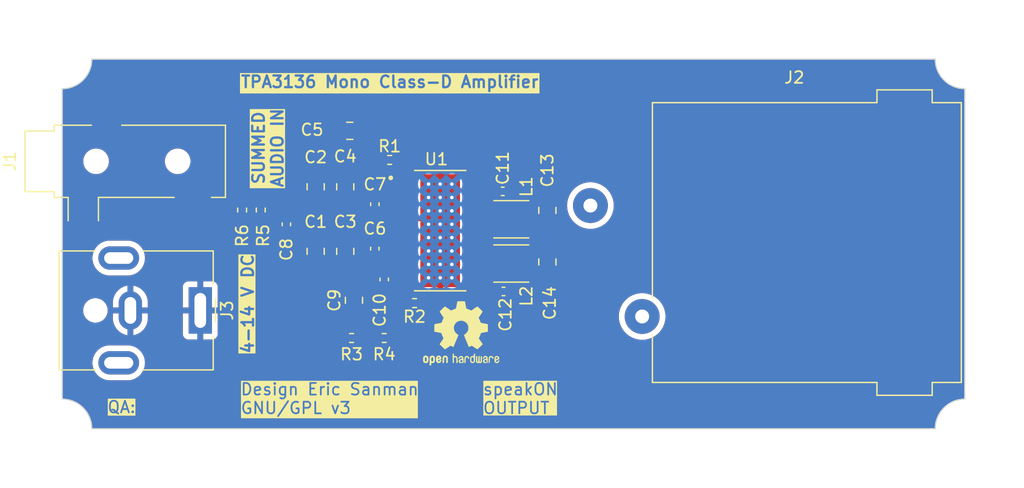
<source format=kicad_pcb>
(kicad_pcb (version 20221018) (generator pcbnew)
  (layers (0 "F.Cu" signal) (31 "B.Cu" signal) (34 "B.Paste" user) (35 "F.Paste" user) (36 "B.SilkS" user "B.Silkscreen") (37 "F.SilkS" user "F.Silkscreen") (38 "B.Mask" user) (39 "F.Mask" user) (44 "Edge.Cuts" user))
  (net 0 "")
  (net 1 "GND")
  (net 2 "/RINP")
  (net 3 "AMPIN")
  (net 4 "/RINN")
  (net 5 "/OFILTER")
  (net 6 "/SPKR")
  (net 7 "Net-(J1-PadR)")
  (net 8 "Net-(J1-PadT)")
  (net 9 "{slash}SHUTDOWN")
  (footprint "Capacitor_SMD:C_0402_1005Metric_Pad0.74x0.62mm_HandSolder" (layer "F.Cu") (at 138.5925 78.51 90)
    (fp_text reference "C7" (at 1.71 0.0075 180) (layer "F.SilkS"))
    (fp_text value "1000p")
    (pad "1" smd roundrect (at -0.5675 0 90) (size 0.735 0.62) (layers "F.Cu" "F.Paste" "F.Mask") (net 1 "GND"))
    (pad "2" smd roundrect (at 0.5675 0 90) (size 0.735 0.62) (layers "F.Cu" "F.Paste" "F.Mask") (net 1 "GND"))
  )
  (footprint "Resistor_SMD:R_0402_1005Metric_Pad0.72x0.64mm_HandSolder" (layer "F.Cu") (at 127.2 79.0025 -90)
    (fp_text reference "R6" (at 2.1975 0 90) (layer "F.SilkS"))
    (fp_text value "1k")
    (pad "1" smd roundrect (at -0.5975 0 270) (size 0.715 0.64) (layers "F.Cu" "F.Paste" "F.Mask") (net 8 "Net-(J1-PadT)"))
    (pad "2" smd roundrect (at 0.5975 0 270) (size 0.715 0.64) (layers "F.Cu" "F.Paste" "F.Mask") (net 3 "AMPIN"))
  )
  (footprint "Resistor_SMD:R_0402_1005Metric_Pad0.72x0.64mm_HandSolder" (layer "F.Cu") (at 142 87 180)
    (fp_text reference "R2" (at 0 -1.17) (layer "F.SilkS"))
    (fp_text value "100k")
    (pad "1" smd roundrect (at -0.5975 0 180) (size 0.715 0.64) (layers "F.Cu" "F.Paste" "F.Mask") (net 1 "GND"))
    (pad "2" smd roundrect (at 0.5975 0 180) (size 0.715 0.64) (layers "F.Cu" "F.Paste" "F.Mask") (net 9 "{slash}SHUTDOWN"))
  )
  (footprint "TPA3136D2PWPR:IC_TPS61196PWPRQ1" (layer "F.Cu") (at 144.2 80.775)
    (fp_text reference "U1" (at -0.325 -6.135) (layer "F.SilkS"))
    (fp_text value "TPA3136D2PWPR")
    (pad "1" smd rect (at -2.8 -4.225) (size 1.6 0.3) (layers "F.Cu") (net 9 "{slash}SHUTDOWN"))
    (pad "2" smd rect (at -2.8 -3.575) (size 1.6 0.3) (layers "F.Cu") (net 9 "{slash}SHUTDOWN"))
    (pad "3" smd rect (at -2.8 -2.925) (size 1.6 0.3) (layers "F.Cu"))
    (pad "4" smd rect (at -2.8 -2.275) (size 1.6 0.3) (layers "F.Cu"))
    (pad "5" smd rect (at -2.8 -1.625) (size 1.6 0.3) (layers "F.Cu") (net 1 "GND"))
    (pad "6" smd rect (at -2.8 -0.975) (size 1.6 0.3) (layers "F.Cu") (net 1 "GND"))
    (pad "7" smd rect (at -2.8 -0.325) (size 1.6 0.3) (layers "F.Cu") (net 1 "GND"))
    (pad "8" smd rect (at -2.8 0.325) (size 1.6 0.3) (layers "F.Cu") (net 1 "GND"))
    (pad "9" smd rect (at -2.8 0.975) (size 1.6 0.3) (layers "F.Cu") (net 1 "GND"))
    (pad "10" smd rect (at -2.8 1.625) (size 1.6 0.3) (layers "F.Cu") (net 9 "{slash}SHUTDOWN"))
    (pad "11" smd rect (at -2.8 2.275) (size 1.6 0.3) (layers "F.Cu") (net 4 "/RINN"))
    (pad "12" smd rect (at -2.8 2.925) (size 1.6 0.3) (layers "F.Cu") (net 2 "/RINP"))
    (pad "13" smd rect (at -2.8 3.575) (size 1.6 0.3) (layers "F.Cu") (net 1 "GND"))
    (pad "14" smd rect (at -2.8 4.225) (size 1.6 0.3) (layers "F.Cu") (net 9 "{slash}SHUTDOWN"))
    (pad "15" smd rect (at 2.8 4.225) (size 1.6 0.3) (layers "F.Cu") (net 1 "GND"))
    (pad "16" smd rect (at 2.8 3.575) (size 1.6 0.3) (layers "F.Cu") (net 1 "GND"))
    (pad "17" smd rect (at 2.8 2.925) (size 1.6 0.3) (layers "F.Cu") (net 5 "/OFILTER"))
    (pad "18" smd rect (at 2.8 2.275) (size 1.6 0.3) (layers "F.Cu") (net 5 "/OFILTER"))
    (pad "19" smd rect (at 2.8 1.625) (size 1.6 0.3) (layers "F.Cu") (net 1 "GND"))
    (pad "20" smd rect (at 2.8 0.975) (size 1.6 0.3) (layers "F.Cu") (net 5 "/OFILTER"))
    (pad "21" smd rect (at 2.8 0.325) (size 1.6 0.3) (layers "F.Cu") (net 5 "/OFILTER"))
    (pad "22" smd rect (at 2.8 -0.325) (size 1.6 0.3) (layers "F.Cu") (net 5 "/OFILTER"))
    (pad "23" smd rect (at 2.8 -0.975) (size 1.6 0.3) (layers "F.Cu") (net 5 "/OFILTER"))
    (pad "24" smd rect (at 2.8 -1.625) (size 1.6 0.3) (layers "F.Cu") (net 1 "GND"))
    (pad "25" smd rect (at 2.8 -2.275) (size 1.6 0.3) (layers "F.Cu") (net 5 "/OFILTER"))
    (pad "26" smd rect (at 2.8 -2.925) (size 1.6 0.3) (layers "F.Cu") (net 5 "/OFILTER"))
    (pad "27" smd rect (at 2.8 -3.575) (size 1.6 0.3) (layers "F.Cu") (net 1 "GND"))
    (pad "28" smd rect (at 2.8 -4.225) (size 1.6 0.3) (layers "F.Cu") (net 1 "GND"))
    (pad "29" thru_hole circle (at -1 -4) (size 0.8 0.8) (drill 0.3) (layers "*.Cu" "*.Mask") (net 1 "GND"))
    (pad "29" thru_hole circle (at -1 -2.85) (size 0.8 0.8) (drill 0.3) (layers "*.Cu" "*.Mask") (net 1 "GND"))
    (pad "29" thru_hole circle (at -1 -1.7) (size 0.8 0.8) (drill 0.3) (layers "*.Cu" "*.Mask") (net 1 "GND"))
    (pad "29" thru_hole circle (at -1 -0.55) (size 0.8 0.8) (drill 0.3) (layers "*.Cu" "*.Mask") (net 1 "GND"))
    (pad "29" thru_hole circle (at -1 0.6) (size 0.8 0.8) (drill 0.3) (layers "*.Cu" "*.Mask") (net 1 "GND"))
    (pad "29" thru_hole circle (at -1 1.75) (size 0.8 0.8) (drill 0.3) (layers "*.Cu" "*.Mask") (net 1 "GND"))
    (pad "29" thru_hole circle (at -1 2.9) (size 0.8 0.8) (drill 0.3) (layers "*.Cu" "*.Mask") (net 1 "GND"))
    (pad "29" thru_hole circle (at -1 4.05) (size 0.8 0.8) (drill 0.3) (layers "*.Cu" "*.Mask") (net 1 "GND"))
    (pad "29" thru_hole circle (at 0 -4) (size 0.8 0.8) (drill 0.3) (layers "*.Cu" "*.Mask") (net 1 "GND"))
    (pad "29" thru_hole circle (at 0 -2.85) (size 0.8 0.8) (drill 0.3) (layers "*.Cu" "*.Mask") (net 1 "GND"))
    (pad "29" thru_hole circle (at 0 -1.7) (size 0.8 0.8) (drill 0.3) (layers "*.Cu" "*.Mask") (net 1 "GND"))
    (pad "29" thru_hole circle (at 0 -0.55) (size 0.8 0.8) (drill 0.3) (layers "*.Cu" "*.Mask") (net 1 "GND"))
    (pad "29" smd rect (at 0 0) (size 3.4 9.7) (layers "F.Cu") (net 1 "GND"))
    (pad "29" thru_hole circle (at 0 0.6) (size 0.8 0.8) (drill 0.3) (layers "*.Cu" "*.Mask") (net 1 "GND"))
    (pad "29" thru_hole circle (at 0 1.75) (size 0.8 0.8) (drill 0.3) (layers "*.Cu" "*.Mask") (net 1 "GND"))
    (pad "29" thru_hole circle (at 0 2.9) (size 0.8 0.8) (drill 0.3) (layers "*.Cu" "*.Mask") (net 1 "GND"))
    (pad "29" thru_hole circle (at 0 4.05) (size 0.8 0.8) (drill 0.3) (layers "*.Cu" "*.Mask") (net 1 "GND"))
    (pad "29" thru_hole circle (at 1 -4) (size 0.8 0.8) (drill 0.3) (layers "*.Cu" "*.Mask") (net 1 "GND"))
    (pad "29" thru_hole circle (at 1 -2.85) (size 0.8 0.8) (drill 0.3) (layers "*.Cu" "*.Mask") (net 1 "GND"))
    (pad "29" thru_hole circle (at 1 -1.7) (size 0.8 0.8) (drill 0.3) (layers "*.Cu" "*.Mask") (net 1 "GND"))
    (pad "29" thru_hole circle (at 1 -0.55) (size 0.8 0.8) (drill 0.3) (layers "*.Cu" "*.Mask") (net 1 "GND"))
    (pad "29" thru_hole circle (at 1 0.6) (size 0.8 0.8) (drill 0.3) (layers "*.Cu" "*.Mask") (net 1 "GND"))
    (pad "29" thru_hole circle (at 1 1.75) (size 0.8 0.8) (drill 0.3) (layers "*.Cu" "*.Mask") (net 1 "GND"))
    (pad "29" thru_hole circle (at 1 2.9) (size 0.8 0.8) (drill 0.3) (layers "*.Cu" "*.Mask") (net 1 "GND"))
    (pad "29" thru_hole circle (at 1 4.05) (size 0.8 0.8) (drill 0.3) (layers "*.Cu" "*.Mask") (net 1 "GND"))
  )
  (footprint "Inductor_SMD:L_Taiyo-Yuden_MD-3030" (layer "F.Cu") (at 150.3 83.6)
    (fp_text reference "L2" (at 1.3 2.8 90) (layer "F.SilkS"))
    (fp_text value "33u")
    (pad "1" smd rect (at -1.1 0) (size 0.8 2.7) (layers "F.Cu" "F.Paste" "F.Mask") (net 5 "/OFILTER"))
    (pad "2" smd rect (at 1.1 0) (size 0.8 2.7) (layers "F.Cu" "F.Paste" "F.Mask") (net 6 "/SPKR"))
  )
  (footprint "Capacitor_SMD:C_0805_2012Metric_Pad1.18x1.45mm_HandSolder" (layer "F.Cu") (at 133.5125 77.0075 90)
    (fp_text reference "C2" (at 2.54 0) (layer "F.SilkS"))
    (fp_text value "100u")
    (pad "1" smd roundrect (at -1.0375 0 90) (size 1.175 1.45) (layers "F.Cu" "F.Paste" "F.Mask") (roundrect_rratio 0.212766) (net 1 "GND"))
    (pad "2" smd roundrect (at 1.0375 0 90) (size 1.175 1.45) (layers "F.Cu" "F.Paste" "F.Mask") (roundrect_rratio 0.212766) (net 1 "GND"))
  )
  (footprint "Connector_BarrelJack:BarrelJack_CUI_PJ-063AH_Horizontal" (layer "F.Cu") (at 123.61 87.63 -90)
    (fp_text reference "J3" (at 0 -2.3 90) (layer "F.SilkS"))
    (fp_text value "Barrel_Jack")
    (pad "" np_thru_hole circle (at 0 9 270) (size 1.6 1.6) (drill 1.6) (layers "*.Cu" "*.Mask"))
    (pad "1" thru_hole rect (at 0 0 270) (size 4 2) (drill oval 3 1) (layers "*.Cu" "*.Mask") (net 1 "GND"))
    (pad "2" thru_hole oval (at 0 6 270) (size 3.3 2) (drill oval 2.3 1) (layers "*.Cu" "*.Mask") (net 1 "GND"))
    (pad "MP" thru_hole oval (at -4.5 7 270) (size 2 3.5) (drill oval 1 2.5) (layers "*.Cu" "*.Mask"))
    (pad "MP" thru_hole oval (at 4.5 7 270) (size 2 3.5) (drill oval 1 2.5) (layers "*.Cu" "*.Mask"))
  )
  (footprint "Capacitor_SMD:C_0402_1005Metric_Pad0.74x0.62mm_HandSolder" (layer "F.Cu") (at 138.5925 82.32 90)
    (fp_text reference "C6" (at 1.72 0.0075 180) (layer "F.SilkS"))
    (fp_text value "1000p")
    (pad "1" smd roundrect (at -0.5675 0 90) (size 0.735 0.62) (layers "F.Cu" "F.Paste" "F.Mask") (net 1 "GND"))
    (pad "2" smd roundrect (at 0.5675 0 90) (size 0.735 0.62) (layers "F.Cu" "F.Paste" "F.Mask") (net 1 "GND"))
  )
  (footprint "Capacitor_SMD:C_0805_2012Metric_Pad1.18x1.45mm_HandSolder" (layer "F.Cu") (at 136.8 86.7625 90)
    (fp_text reference "C9" (at 0 -1.68 90) (layer "F.SilkS"))
    (fp_text value "1u")
    (pad "1" smd roundrect (at -1.0375 0 90) (size 1.175 1.45) (layers "F.Cu" "F.Paste" "F.Mask") (roundrect_rratio 0.212766) (net 1 "GND"))
    (pad "2" smd roundrect (at 1.0375 0 90) (size 1.175 1.45) (layers "F.Cu" "F.Paste" "F.Mask") (roundrect_rratio 0.212766) (net 1 "GND"))
  )
  (footprint "Capacitor_SMD:C_0805_2012Metric_Pad1.18x1.45mm_HandSolder" (layer "F.Cu") (at 136.44 72.2 180)
    (fp_text reference "C5" (at 3.24 0.09) (layer "F.SilkS"))
    (fp_text value "1u")
    (pad "1" smd roundrect (at -1.0375 0 180) (size 1.175 1.45) (layers "F.Cu" "F.Paste" "F.Mask") (roundrect_rratio 0.212766) (net 1 "GND"))
    (pad "2" smd roundrect (at 1.0375 0 180) (size 1.175 1.45) (layers "F.Cu" "F.Paste" "F.Mask") (roundrect_rratio 0.212766) (net 1 "GND"))
  )
  (footprint "Capacitor_SMD:C_0805_2012Metric_Pad1.18x1.45mm_HandSolder" (layer "F.Cu") (at 153.4 83.4625 -90)
    (fp_text reference "C14" (at 3.5375 -0.2 -90) (layer "F.SilkS"))
    (fp_text value "1u")
    (pad "1" smd roundrect (at -1.0375 0 270) (size 1.175 1.45) (layers "F.Cu" "F.Paste" "F.Mask") (roundrect_rratio 0.212766) (net 6 "/SPKR"))
    (pad "2" smd roundrect (at 1.0375 0 270) (size 1.175 1.45) (layers "F.Cu" "F.Paste" "F.Mask") (roundrect_rratio 0.212766) (net 1 "GND"))
  )
  (footprint "Capacitor_SMD:C_0402_1005Metric_Pad0.74x0.62mm_HandSolder" (layer "F.Cu") (at 131 80.2325 90)
    (fp_text reference "C8" (at -2.1675 0 90) (layer "F.SilkS"))
    (fp_text value "0.27u")
    (pad "1" smd roundrect (at -0.5675 0 90) (size 0.735 0.62) (layers "F.Cu" "F.Paste" "F.Mask") (net 2 "/RINP"))
    (pad "2" smd roundrect (at 0.5675 0 90) (size 0.735 0.62) (layers "F.Cu" "F.Paste" "F.Mask") (net 3 "AMPIN"))
  )
  (footprint "Capacitor_SMD:C_0805_2012Metric_Pad1.18x1.45mm_HandSolder" (layer "F.Cu") (at 136.0525 77.0075 90)
    (fp_text reference "C4" (at 2.6075 0) (layer "F.SilkS"))
    (fp_text value ".1u")
    (pad "1" smd roundrect (at -1.0375 0 90) (size 1.175 1.45) (layers "F.Cu" "F.Paste" "F.Mask") (roundrect_rratio 0.212766) (net 1 "GND"))
    (pad "2" smd roundrect (at 1.0375 0 90) (size 1.175 1.45) (layers "F.Cu" "F.Paste" "F.Mask") (roundrect_rratio 0.212766) (net 1 "GND"))
  )
  (footprint "Capacitor_SMD:C_0402_1005Metric_Pad0.74x0.62mm_HandSolder" (layer "F.Cu") (at 139.4 84.9675 90)
    (fp_text reference "C10" (at -2.6325 -0.4 90) (layer "F.SilkS"))
    (fp_text value ".27u")
    (pad "1" smd roundrect (at -0.5675 0 90) (size 0.735 0.62) (layers "F.Cu" "F.Paste" "F.Mask") (net 4 "/RINN"))
    (pad "2" smd roundrect (at 0.5675 0 90) (size 0.735 0.62) (layers "F.Cu" "F.Paste" "F.Mask") (net 1 "GND"))
  )
  (footprint "Capacitor_SMD:C_0805_2012Metric_Pad1.18x1.45mm_HandSolder" (layer "F.Cu") (at 153.4 79.0375 90)
    (fp_text reference "C13" (at 3.4375 0 270) (layer "F.SilkS"))
    (fp_text value "1u")
    (pad "1" smd roundrect (at -1.0375 0 90) (size 1.175 1.45) (layers "F.Cu" "F.Paste" "F.Mask") (roundrect_rratio 0.212766) (net 6 "/SPKR"))
    (pad "2" smd roundrect (at 1.0375 0 90) (size 1.175 1.45) (layers "F.Cu" "F.Paste" "F.Mask") (roundrect_rratio 0.212766) (net 1 "GND"))
  )
  (footprint "Resistor_SMD:R_0402_1005Metric_Pad0.72x0.64mm_HandSolder" (layer "F.Cu") (at 139.8625 74.7)
    (fp_text reference "R1" (at 0 -1.17) (layer "F.SilkS"))
    (fp_text value "100k")
    (pad "1" smd roundrect (at -0.5975 0) (size 0.715 0.64) (layers "F.Cu" "F.Paste" "F.Mask") (net 1 "GND"))
    (pad "2" smd roundrect (at 0.5975 0) (size 0.715 0.64) (layers "F.Cu" "F.Paste" "F.Mask") (net 9 "{slash}SHUTDOWN"))
  )
  (footprint "Connector_Audio:Jack_speakON_Neutrik_NL2MDXX-H-3_Horizontal" (layer "F.Cu") (at 157.095 78.62)
    (fp_text reference "J2" (at 17.5 -11) (layer "F.SilkS"))
    (fp_text value "speakON_NL2MDXX-V")
    (pad "1+" thru_hole circle (at 0 0) (size 3 3) (drill 1.2) (layers "*.Cu" "*.Mask") (net 6 "/SPKR"))
    (pad "1-" thru_hole circle (at 4.44 9.53) (size 3 3) (drill 1.2) (layers "*.Cu" "*.Mask") (net 6 "/SPKR"))
  )
  (footprint "Capacitor_SMD:C_0805_2012Metric_Pad1.18x1.45mm_HandSolder" (layer "F.Cu") (at 133.5125 82.5525 90)
    (fp_text reference "C1" (at 2.54 0 180) (layer "F.SilkS"))
    (fp_text value "100u")
    (pad "1" smd roundrect (at -1.0375 0 90) (size 1.175 1.45) (layers "F.Cu" "F.Paste" "F.Mask") (roundrect_rratio 0.212766) (net 1 "GND"))
    (pad "2" smd roundrect (at 1.0375 0 90) (size 1.175 1.45) (layers "F.Cu" "F.Paste" "F.Mask") (roundrect_rratio 0.212766) (net 1 "GND"))
  )
  (footprint "Inductor_SMD:L_Taiyo-Yuden_MD-3030" (layer "F.Cu") (at 150.3 79.8)
    (fp_text reference "L1" (at 1.3 -2.8 -90) (layer "F.SilkS"))
    (fp_text value "33u")
    (pad "1" smd rect (at -1.1 0) (size 0.8 2.7) (layers "F.Cu" "F.Paste" "F.Mask") (net 5 "/OFILTER"))
    (pad "2" smd rect (at 1.1 0) (size 0.8 2.7) (layers "F.Cu" "F.Paste" "F.Mask") (net 6 "/SPKR"))
  )
  (footprint "Resistor_SMD:R_0402_1005Metric_Pad0.72x0.64mm_HandSolder" (layer "F.Cu") (at 139.3975 90 180)
    (fp_text reference "R4" (at 0 -1.4) (layer "F.SilkS"))
    (fp_text value "56k")
    (pad "1" smd roundrect (at -0.5975 0 180) (size 0.715 0.64) (layers "F.Cu" "F.Paste" "F.Mask") (net 9 "{slash}SHUTDOWN"))
    (pad "2" smd roundrect (at 0.5975 0 180) (size 0.715 0.64) (layers "F.Cu" "F.Paste" "F.Mask") (net 1 "GND"))
  )
  (footprint "Symbol:OSHW-Logo2_7.3x6mm_SilkScreen" (layer "F.Cu") (at 146 89.6)
    (fp_text reference "REF**" hide)
    (fp_text value "OSHW-Logo2_7.3x6mm_SilkScreen" hide)
  )
  (footprint "Capacitor_SMD:C_0402_1005Metric_Pad0.74x0.62mm_HandSolder" (layer "F.Cu") (at 149.5675 77.4)
    (fp_text reference "C11" (at 0 -2 90) (layer "F.SilkS"))
    (fp_text value ".47u")
    (pad "1" smd roundrect (at -0.5675 0) (size 0.735 0.62) (layers "F.Cu" "F.Paste" "F.Mask") (net 5 "/OFILTER"))
    (pad "2" smd roundrect (at 0.5675 0) (size 0.735 0.62) (layers "F.Cu" "F.Paste" "F.Mask") (net 5 "/OFILTER"))
  )
  (footprint "Resistor_SMD:R_0402_1005Metric_Pad0.72x0.64mm_HandSolder" (layer "F.Cu") (at 128.8 79.0025 90)
    (fp_text reference "R5" (at -2.1975 0.2 90) (layer "F.SilkS"))
    (fp_text value "1k")
    (pad "1" smd roundrect (at -0.5975 0 90) (size 0.715 0.64) (layers "F.Cu" "F.Paste" "F.Mask") (net 3 "AMPIN"))
    (pad "2" smd roundrect (at 0.5975 0 90) (size 0.715 0.64) (layers "F.Cu" "F.Paste" "F.Mask") (net 7 "Net-(J1-PadR)"))
  )
  (footprint "Connector_Audio:Jack_3.5mm_CUI_SJ-3523-SMT_Horizontal" (layer "F.Cu") (at 117.17 74.82 90)
    (fp_text reference "J1" (at 0 -9.9 90) (layer "F.SilkS"))
    (fp_text value "AudioJack3")
    (pad "" np_thru_hole circle (at 0 -2.5 90) (size 1.7 1.7) (drill 1.7) (layers "*.Cu" "*.Mask"))
    (pad "" np_thru_hole circle (at 0 4.5 90) (size 1.7 1.7) (drill 1.7) (layers "*.Cu" "*.Mask"))
    (pad "R" smd rect (at 3.7 -1.6 90) (size 2.8 2.2) (layers "F.Cu" "F.Paste" "F.Mask") (net 7 "Net-(J1-PadR)"))
    (pad "S" smd rect (at -3.7 -3.6 90) (size 2.8 2.2) (layers "F.Cu" "F.Paste" "F.Mask") (net 1 "GND"))
    (pad "T" smd rect (at -3.7 5.8 90) (size 2.8 2.8) (layers "F.Cu" "F.Paste" "F.Mask") (net 8 "Net-(J1-PadT)"))
  )
  (footprint "Capacitor_SMD:C_0805_2012Metric_Pad1.18x1.45mm_HandSolder" (layer "F.Cu") (at 136.0525 82.5525 90)
    (fp_text reference "C3" (at 2.54 0 180) (layer "F.SilkS"))
    (fp_text value ".1u")
    (pad "1" smd roundrect (at -1.0375 0 90) (size 1.175 1.45) (layers "F.Cu" "F.Paste" "F.Mask") (roundrect_rratio 0.212766) (net 1 "GND"))
    (pad "2" smd roundrect (at 1.0375 0 90) (size 1.175 1.45) (layers "F.Cu" "F.Paste" "F.Mask") (roundrect_rratio 0.212766) (net 1 "GND"))
  )
  (footprint "Resistor_SMD:R_0402_1005Metric_Pad0.72x0.64mm_HandSolder" (layer "F.Cu") (at 136.5975 90)
    (fp_text reference "R3" (at 0 1.4) (layer "F.SilkS"))
    (fp_text value "39k")
    (pad "1" smd roundrect (at -0.5975 0) (size 0.715 0.64) (layers "F.Cu" "F.Paste" "F.Mask") (net 1 "GND"))
    (pad "2" smd roundrect (at 0.5975 0) (size 0.715 0.64) (layers "F.Cu" "F.Paste" "F.Mask") (net 9 "{slash}SHUTDOWN"))
  )
  (footprint "Capacitor_SMD:C_0402_1005Metric_Pad0.74x0.62mm_HandSolder" (layer "F.Cu") (at 149.6325 86 180)
    (fp_text reference "C12" (at -0.1675 -2 90) (layer "F.SilkS"))
    (fp_text value ".47u")
    (pad "1" smd roundrect (at -0.5675 0 180) (size 0.735 0.62) (layers "F.Cu" "F.Paste" "F.Mask") (net 5 "/OFILTER"))
    (pad "2" smd roundrect (at 0.5675 0 180) (size 0.735 0.62) (layers "F.Cu" "F.Paste" "F.Mask") (net 5 "/OFILTER"))
  )
  (gr_line (start 186.69 97.79) (end 114.3 97.79) (stroke (width 0.1)) (layer "Edge.Cuts"))
  (gr_line (start 189.23 68.58) (end 189.23 95.25) (stroke (width 0.1)) (layer "Edge.Cuts"))
  (gr_arc (start 114.3 66.04) (mid 113.556051 67.836051) (end 111.76 68.58) (stroke (width 0.1)) (layer "Edge.Cuts"))
  (gr_arc (start 189.23 68.58) (mid 187.433949 67.836051) (end 186.69 66.04) (stroke (width 0.1)) (layer "Edge.Cuts"))
  (gr_line (start 114.3 66.04) (end 186.69 66.04) (stroke (width 0.1)) (layer "Edge.Cuts"))
  (gr_arc (start 186.69 97.79) (mid 187.433949 95.993949) (end 189.23 95.25) (stroke (width 0.1)) (layer "Edge.Cuts"))
  (gr_line (start 111.76 95.25) (end 111.76 68.58) (stroke (width 0.1)) (layer "Edge.Cuts"))
  (gr_arc (start 111.76 95.25) (mid 113.556051 95.993949) (end 114.3 97.79) (stroke (width 0.1)) (layer "Edge.Cuts"))
  (gr_text "SUMMED\nAUDIO IN" (at 130.81 73.66 90) (layer "F.SilkS" knockout) (effects (font (size 1 1) (thickness 0.2) bold) (justify bottom)))
  (gr_text "speakON\nOUTPUT" (at 147.8 96.6) (layer "F.SilkS" knockout) (effects (font (size 1 1)) (justify left bottom)))
  (gr_text "4-14 V DC" (at 128.27 91.44 90) (layer "F.SilkS" knockout) (effects (font (size 1 1) (thickness 0.2) bold) (justify left bottom)))
  (gr_text "QA:   " (at 115.57 96.52) (layer "F.SilkS" knockout) (effects (font (size 1 1)) (justify left bottom)))
  (gr_text "TPA3136 Mono Class-D Amplifier" (at 127 68.58) (layer "F.SilkS" knockout) (effects (font (size 1 1) (thickness 0.2) bold) (justify left bottom)))
  (gr_text "Design Eric Sanman\nGNU/GPL v3" (at 127 96.6) (layer "F.SilkS" knockout) (effects (font (size 1 1)) (justify left bottom)))
  (zone (net 1) (net_name "GND") (layer "F.Cu") (priority 1) (connect_pads (clearance 0.5)) (min_thickness 0.25) (fill yes (thermal_gap 0.5) (thermal_bridge_width 0.5))
    (polygon (pts (xy 151.13 62.23) (xy 167.64 60.96) (xy 191.77 60.96) (xy 194.31 86.36) (xy 191.77 102.87) (xy 109.22 101.6) (xy 106.68 62.23) (xy 152.4 62.23)))
  )
  (zone (net 1) (net_name "GND") (layer "B.Cu") (connect_pads (clearance 0.5)) (min_thickness 0.25) (fill yes (thermal_gap 0.5) (thermal_bridge_width 0.5))
    (polygon (pts (xy 153.67 62.23) (xy 190.5 62.23) (xy 194.31 78.74) (xy 191.77 101.6) (xy 163.83 102.87) (xy 129.54 101.6) (xy 110.49 101.6) (xy 106.68 87.63) (xy 107.95 72.39) (xy 110.49 62.23) (xy 154.94 62.23) (xy 158.75 60.96)))
  )
)
</source>
